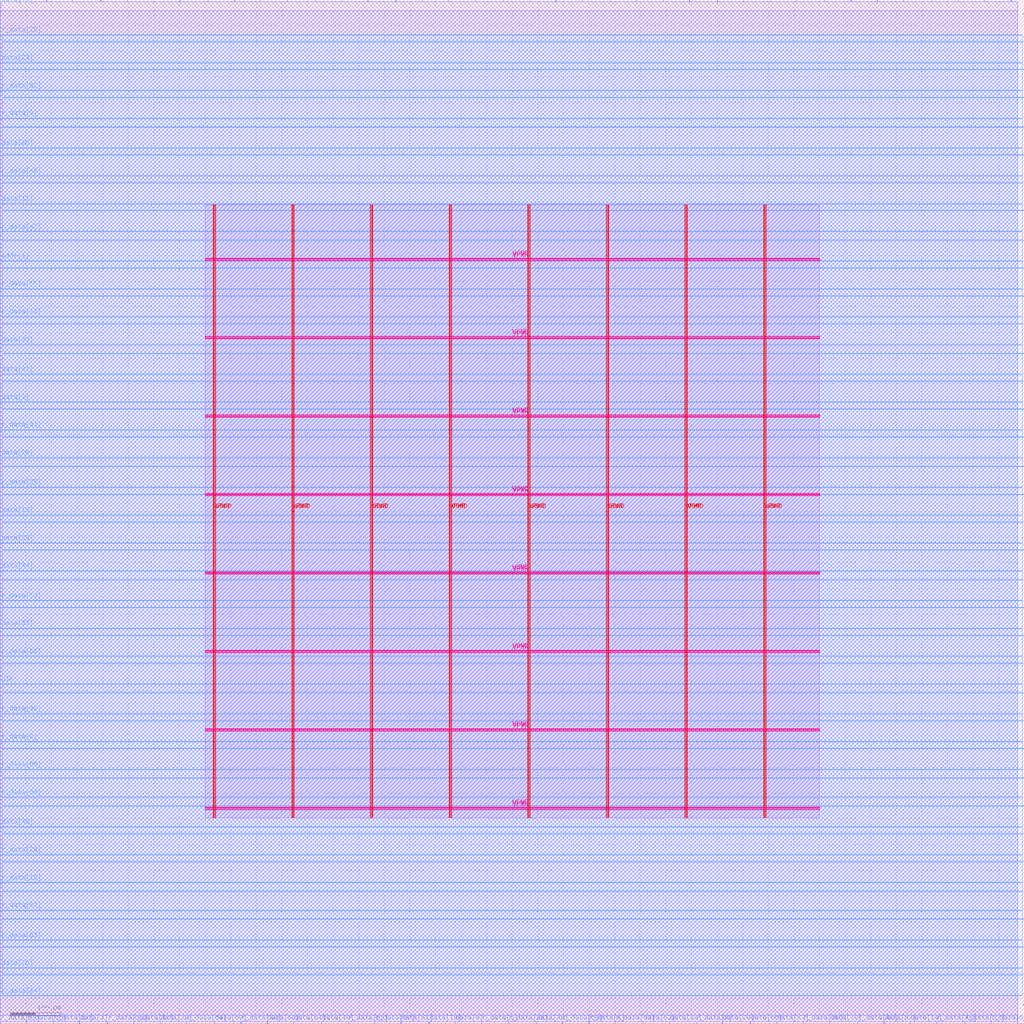
<source format=lef>
VERSION 5.7 ;
  NOWIREEXTENSIONATPIN ON ;
  DIVIDERCHAR "/" ;
  BUSBITCHARS "[]" ;
MACRO dff_ram
  CLASS BLOCK ;
  FOREIGN dff_ram ;
  ORIGIN 0.000 0.000 ;
  SIZE 2000.000 BY 2000.000 ;
  PIN VGND
    DIRECTION INOUT ;
    USE GROUND ;
    PORT
      LAYER met4 ;
        RECT 419.020 402.320 420.620 1599.600 ;
    END
    PORT
      LAYER met4 ;
        RECT 572.620 402.320 574.220 1599.600 ;
    END
    PORT
      LAYER met4 ;
        RECT 726.220 402.320 727.820 1599.600 ;
    END
    PORT
      LAYER met4 ;
        RECT 879.820 402.320 881.420 1599.600 ;
    END
    PORT
      LAYER met4 ;
        RECT 1033.420 402.320 1035.020 1599.600 ;
    END
    PORT
      LAYER met4 ;
        RECT 1187.020 402.320 1188.620 1599.600 ;
    END
    PORT
      LAYER met4 ;
        RECT 1340.620 402.320 1342.220 1599.600 ;
    END
    PORT
      LAYER met4 ;
        RECT 1494.220 402.320 1495.820 1599.600 ;
    END
    PORT
      LAYER met5 ;
        RECT 399.960 421.710 1600.120 423.310 ;
    END
    PORT
      LAYER met5 ;
        RECT 399.960 574.890 1600.120 576.490 ;
    END
    PORT
      LAYER met5 ;
        RECT 399.960 728.070 1600.120 729.670 ;
    END
    PORT
      LAYER met5 ;
        RECT 399.960 881.250 1600.120 882.850 ;
    END
    PORT
      LAYER met5 ;
        RECT 399.960 1034.430 1600.120 1036.030 ;
    END
    PORT
      LAYER met5 ;
        RECT 399.960 1187.610 1600.120 1189.210 ;
    END
    PORT
      LAYER met5 ;
        RECT 399.960 1340.790 1600.120 1342.390 ;
    END
    PORT
      LAYER met5 ;
        RECT 399.960 1493.970 1600.120 1495.570 ;
    END
  END VGND
  PIN VPWR
    DIRECTION INOUT ;
    USE POWER ;
    PORT
      LAYER met4 ;
        RECT 415.720 402.320 417.320 1599.600 ;
    END
    PORT
      LAYER met4 ;
        RECT 569.320 402.320 570.920 1599.600 ;
    END
    PORT
      LAYER met4 ;
        RECT 722.920 402.320 724.520 1599.600 ;
    END
    PORT
      LAYER met4 ;
        RECT 876.520 402.320 878.120 1599.600 ;
    END
    PORT
      LAYER met4 ;
        RECT 1030.120 402.320 1031.720 1599.600 ;
    END
    PORT
      LAYER met4 ;
        RECT 1183.720 402.320 1185.320 1599.600 ;
    END
    PORT
      LAYER met4 ;
        RECT 1337.320 402.320 1338.920 1599.600 ;
    END
    PORT
      LAYER met4 ;
        RECT 1490.920 402.320 1492.520 1599.600 ;
    END
    PORT
      LAYER met5 ;
        RECT 399.960 418.410 1600.120 420.010 ;
    END
    PORT
      LAYER met5 ;
        RECT 399.960 571.590 1600.120 573.190 ;
    END
    PORT
      LAYER met5 ;
        RECT 399.960 724.770 1600.120 726.370 ;
    END
    PORT
      LAYER met5 ;
        RECT 399.960 877.950 1600.120 879.550 ;
    END
    PORT
      LAYER met5 ;
        RECT 399.960 1031.130 1600.120 1032.730 ;
    END
    PORT
      LAYER met5 ;
        RECT 399.960 1184.310 1600.120 1185.910 ;
    END
    PORT
      LAYER met5 ;
        RECT 399.960 1337.490 1600.120 1339.090 ;
    END
    PORT
      LAYER met5 ;
        RECT 399.960 1490.670 1600.120 1492.270 ;
    END
  END VPWR
  PIN addr[0]
    DIRECTION INPUT ;
    USE SIGNAL ;
    PORT
      LAYER met2 ;
        RECT 982.190 1996.000 982.470 2000.000 ;
    END
  END addr[0]
  PIN addr[1]
    DIRECTION INPUT ;
    USE SIGNAL ;
    PORT
      LAYER met3 ;
        RECT 0.000 1489.240 4.000 1489.840 ;
    END
  END addr[1]
  PIN clk
    DIRECTION INPUT ;
    USE SIGNAL ;
    PORT
      LAYER met3 ;
        RECT 0.000 663.040 4.000 663.640 ;
    END
  END clk
  PIN data[0]
    DIRECTION INPUT ;
    USE SIGNAL ;
    PORT
      LAYER met3 ;
        RECT 1996.000 646.040 2000.000 646.640 ;
    END
  END data[0]
  PIN data[10]
    DIRECTION INPUT ;
    USE SIGNAL ;
    PORT
      LAYER met3 ;
        RECT 1996.000 758.240 2000.000 758.840 ;
    END
  END data[10]
  PIN data[11]
    DIRECTION INPUT ;
    USE SIGNAL ;
    PORT
      LAYER met3 ;
        RECT 0.000 1601.440 4.000 1602.040 ;
    END
  END data[11]
  PIN data[12]
    DIRECTION INPUT ;
    USE SIGNAL ;
    PORT
      LAYER met2 ;
        RECT 141.770 1996.000 142.050 2000.000 ;
    END
  END data[12]
  PIN data[13]
    DIRECTION INPUT ;
    USE SIGNAL ;
    PORT
      LAYER met2 ;
        RECT 666.630 1996.000 666.910 2000.000 ;
    END
  END data[13]
  PIN data[14]
    DIRECTION INPUT ;
    USE SIGNAL ;
    PORT
      LAYER met2 ;
        RECT 1777.530 0.000 1777.810 4.000 ;
    END
  END data[14]
  PIN data[15]
    DIRECTION INPUT ;
    USE SIGNAL ;
    PORT
      LAYER met2 ;
        RECT 824.410 1996.000 824.690 2000.000 ;
    END
  END data[15]
  PIN data[16]
    DIRECTION INPUT ;
    USE SIGNAL ;
    PORT
      LAYER met3 ;
        RECT 0.000 992.840 4.000 993.440 ;
    END
  END data[16]
  PIN data[17]
    DIRECTION INPUT ;
    USE SIGNAL ;
    PORT
      LAYER met2 ;
        RECT 1033.710 1996.000 1033.990 2000.000 ;
    END
  END data[17]
  PIN data[18]
    DIRECTION INPUT ;
    USE SIGNAL ;
    PORT
      LAYER met3 ;
        RECT 0.000 1989.040 4.000 1989.640 ;
    END
  END data[18]
  PIN data[19]
    DIRECTION INPUT ;
    USE SIGNAL ;
    PORT
      LAYER met2 ;
        RECT 837.290 0.000 837.570 4.000 ;
    END
  END data[19]
  PIN data[1]
    DIRECTION INPUT ;
    USE SIGNAL ;
    PORT
      LAYER met2 ;
        RECT 875.930 1996.000 876.210 2000.000 ;
    END
  END data[1]
  PIN data[20]
    DIRECTION INPUT ;
    USE SIGNAL ;
    PORT
      LAYER met2 ;
        RECT 248.030 1996.000 248.310 2000.000 ;
    END
  END data[20]
  PIN data[21]
    DIRECTION INPUT ;
    USE SIGNAL ;
    PORT
      LAYER met3 ;
        RECT 1996.000 1421.240 2000.000 1421.840 ;
    END
  END data[21]
  PIN data[22]
    DIRECTION INPUT ;
    USE SIGNAL ;
    PORT
      LAYER met3 ;
        RECT 0.000 1326.040 4.000 1326.640 ;
    END
  END data[22]
  PIN data[23]
    DIRECTION INPUT ;
    USE SIGNAL ;
    PORT
      LAYER met3 ;
        RECT 0.000 1876.840 4.000 1877.440 ;
    END
  END data[23]
  PIN data[24]
    DIRECTION INPUT ;
    USE SIGNAL ;
    PORT
      LAYER met2 ;
        RECT 560.370 1996.000 560.650 2000.000 ;
    END
  END data[24]
  PIN data[25]
    DIRECTION INPUT ;
    USE SIGNAL ;
    PORT
      LAYER met3 ;
        RECT 0.000 1105.040 4.000 1105.640 ;
    END
  END data[25]
  PIN data[26]
    DIRECTION INPUT ;
    USE SIGNAL ;
    PORT
      LAYER met3 ;
        RECT 0.000 1710.240 4.000 1710.840 ;
    END
  END data[26]
  PIN data[27]
    DIRECTION INPUT ;
    USE SIGNAL ;
    PORT
      LAYER met3 ;
        RECT 1996.000 1642.240 2000.000 1642.840 ;
    END
  END data[27]
  PIN data[28]
    DIRECTION INPUT ;
    USE SIGNAL ;
    PORT
      LAYER met3 ;
        RECT 1996.000 1088.040 2000.000 1088.640 ;
    END
  END data[28]
  PIN data[29]
    DIRECTION INPUT ;
    USE SIGNAL ;
    PORT
      LAYER met2 ;
        RECT 1410.450 0.000 1410.730 4.000 ;
    END
  END data[29]
  PIN data[2]
    DIRECTION INPUT ;
    USE SIGNAL ;
    PORT
      LAYER met2 ;
        RECT 1400.790 1996.000 1401.070 2000.000 ;
    END
  END data[2]
  PIN data[30]
    DIRECTION INPUT ;
    USE SIGNAL ;
    PORT
      LAYER met3 ;
        RECT 1996.000 1972.040 2000.000 1972.640 ;
    END
  END data[30]
  PIN data[31]
    DIRECTION INPUT ;
    USE SIGNAL ;
    PORT
      LAYER met3 ;
        RECT 1996.000 1587.840 2000.000 1588.440 ;
    END
  END data[31]
  PIN data[32]
    DIRECTION INPUT ;
    USE SIGNAL ;
    PORT
      LAYER met3 ;
        RECT 1996.000 812.640 2000.000 813.240 ;
    END
  END data[32]
  PIN data[33]
    DIRECTION INPUT ;
    USE SIGNAL ;
    PORT
      LAYER met2 ;
        RECT 1307.410 0.000 1307.690 4.000 ;
    END
  END data[33]
  PIN data[34]
    DIRECTION INPUT ;
    USE SIGNAL ;
    PORT
      LAYER met2 ;
        RECT 1346.050 1996.000 1346.330 2000.000 ;
    END
  END data[34]
  PIN data[35]
    DIRECTION INPUT ;
    USE SIGNAL ;
    PORT
      LAYER met2 ;
        RECT 1661.610 1996.000 1661.890 2000.000 ;
    END
  END data[35]
  PIN data[36]
    DIRECTION INPUT ;
    USE SIGNAL ;
    PORT
      LAYER met3 ;
        RECT 0.000 108.840 4.000 109.440 ;
    END
  END data[36]
  PIN data[37]
    DIRECTION INPUT ;
    USE SIGNAL ;
    PORT
      LAYER met3 ;
        RECT 0.000 771.840 4.000 772.440 ;
    END
  END data[37]
  PIN data[38]
    DIRECTION INPUT ;
    USE SIGNAL ;
    PORT
      LAYER met2 ;
        RECT 312.430 0.000 312.710 4.000 ;
    END
  END data[38]
  PIN data[39]
    DIRECTION INPUT ;
    USE SIGNAL ;
    PORT
      LAYER met3 ;
        RECT 0.000 938.440 4.000 939.040 ;
    END
  END data[39]
  PIN data[3]
    DIRECTION INPUT ;
    USE SIGNAL ;
    PORT
      LAYER met2 ;
        RECT 154.650 0.000 154.930 4.000 ;
    END
  END data[3]
  PIN data[40]
    DIRECTION INPUT ;
    USE SIGNAL ;
    PORT
      LAYER met2 ;
        RECT 627.990 0.000 628.270 4.000 ;
    END
  END data[40]
  PIN data[41]
    DIRECTION INPUT ;
    USE SIGNAL ;
    PORT
      LAYER met3 ;
        RECT 0.000 1268.240 4.000 1268.840 ;
    END
  END data[41]
  PIN data[42]
    DIRECTION INPUT ;
    USE SIGNAL ;
    PORT
      LAYER met3 ;
        RECT 1996.000 703.840 2000.000 704.440 ;
    END
  END data[42]
  PIN data[43]
    DIRECTION INPUT ;
    USE SIGNAL ;
    PORT
      LAYER met3 ;
        RECT 1996.000 1254.640 2000.000 1255.240 ;
    END
  END data[43]
  PIN data[44]
    DIRECTION INPUT ;
    USE SIGNAL ;
    PORT
      LAYER met3 ;
        RECT 0.000 884.040 4.000 884.640 ;
    END
  END data[44]
  PIN data[45]
    DIRECTION INPUT ;
    USE SIGNAL ;
    PORT
      LAYER met3 ;
        RECT 0.000 384.240 4.000 384.840 ;
    END
  END data[45]
  PIN data[46]
    DIRECTION INPUT ;
    USE SIGNAL ;
    PORT
      LAYER met3 ;
        RECT 1996.000 979.240 2000.000 979.840 ;
    END
  END data[46]
  PIN data[47]
    DIRECTION INPUT ;
    USE SIGNAL ;
    PORT
      LAYER met2 ;
        RECT 1136.750 1996.000 1137.030 2000.000 ;
    END
  END data[47]
  PIN data[48]
    DIRECTION INPUT ;
    USE SIGNAL ;
    PORT
      LAYER met2 ;
        RECT 1046.590 0.000 1046.870 4.000 ;
    END
  END data[48]
  PIN data[49]
    DIRECTION INPUT ;
    USE SIGNAL ;
    PORT
      LAYER met2 ;
        RECT 927.450 1996.000 927.730 2000.000 ;
    END
  END data[49]
  PIN data[4]
    DIRECTION INPUT ;
    USE SIGNAL ;
    PORT
      LAYER met3 ;
        RECT 1996.000 95.240 2000.000 95.840 ;
    END
  END data[4]
  PIN data[50]
    DIRECTION INPUT ;
    USE SIGNAL ;
    PORT
      LAYER met3 ;
        RECT 1996.000 1696.640 2000.000 1697.240 ;
    END
  END data[50]
  PIN data[51]
    DIRECTION INPUT ;
    USE SIGNAL ;
    PORT
      LAYER met2 ;
        RECT 1973.950 1996.000 1974.230 2000.000 ;
    END
  END data[51]
  PIN data[52]
    DIRECTION INPUT ;
    USE SIGNAL ;
    PORT
      LAYER met2 ;
        RECT 718.150 1996.000 718.430 2000.000 ;
    END
  END data[52]
  PIN data[53]
    DIRECTION INPUT ;
    USE SIGNAL ;
    PORT
      LAYER met2 ;
        RECT 1516.710 0.000 1516.990 4.000 ;
    END
  END data[53]
  PIN data[54]
    DIRECTION INPUT ;
    USE SIGNAL ;
    PORT
      LAYER met3 ;
        RECT 1996.000 1475.640 2000.000 1476.240 ;
    END
  END data[54]
  PIN data[55]
    DIRECTION INPUT ;
    USE SIGNAL ;
    PORT
      LAYER met2 ;
        RECT 1713.130 1996.000 1713.410 2000.000 ;
    END
  END data[55]
  PIN data[56]
    DIRECTION INPUT ;
    USE SIGNAL ;
    PORT
      LAYER met2 ;
        RECT 1465.190 0.000 1465.470 4.000 ;
    END
  END data[56]
  PIN data[57]
    DIRECTION INPUT ;
    USE SIGNAL ;
    PORT
      LAYER met2 ;
        RECT 1922.430 1996.000 1922.710 2000.000 ;
    END
  END data[57]
  PIN data[58]
    DIRECTION INPUT ;
    USE SIGNAL ;
    PORT
      LAYER met3 ;
        RECT 1996.000 1808.840 2000.000 1809.440 ;
    END
  END data[58]
  PIN data[59]
    DIRECTION INPUT ;
    USE SIGNAL ;
    PORT
      LAYER met2 ;
        RECT 299.550 1996.000 299.830 2000.000 ;
    END
  END data[59]
  PIN data[5]
    DIRECTION INPUT ;
    USE SIGNAL ;
    PORT
      LAYER met3 ;
        RECT 1996.000 37.440 2000.000 38.040 ;
    END
  END data[5]
  PIN data[60]
    DIRECTION INPUT ;
    USE SIGNAL ;
    PORT
      LAYER met2 ;
        RECT 521.730 0.000 522.010 4.000 ;
    END
  END data[60]
  PIN data[61]
    DIRECTION INPUT ;
    USE SIGNAL ;
    PORT
      LAYER met2 ;
        RECT 782.550 0.000 782.830 4.000 ;
    END
  END data[61]
  PIN data[62]
    DIRECTION INPUT ;
    USE SIGNAL ;
    PORT
      LAYER met2 ;
        RECT 1255.890 0.000 1256.170 4.000 ;
    END
  END data[62]
  PIN data[63]
    DIRECTION INPUT ;
    USE SIGNAL ;
    PORT
      LAYER met2 ;
        RECT 196.510 1996.000 196.790 2000.000 ;
    END
  END data[63]
  PIN data[64]
    DIRECTION INPUT ;
    USE SIGNAL ;
    PORT
      LAYER met2 ;
        RECT 573.250 0.000 573.530 4.000 ;
    END
  END data[64]
  PIN data[65]
    DIRECTION INPUT ;
    USE SIGNAL ;
    PORT
      LAYER met2 ;
        RECT 90.250 1996.000 90.530 2000.000 ;
    END
  END data[65]
  PIN data[66]
    DIRECTION INPUT ;
    USE SIGNAL ;
    PORT
      LAYER met2 ;
        RECT 1294.530 1996.000 1294.810 2000.000 ;
    END
  END data[66]
  PIN data[67]
    DIRECTION INPUT ;
    USE SIGNAL ;
    PORT
      LAYER met2 ;
        RECT 1726.010 0.000 1726.290 4.000 ;
    END
  END data[67]
  PIN data[68]
    DIRECTION INPUT ;
    USE SIGNAL ;
    PORT
      LAYER met3 ;
        RECT 1996.000 149.640 2000.000 150.240 ;
    END
  END data[68]
  PIN data[69]
    DIRECTION INPUT ;
    USE SIGNAL ;
    PORT
      LAYER met2 ;
        RECT 418.690 0.000 418.970 4.000 ;
    END
  END data[69]
  PIN data[6]
    DIRECTION INPUT ;
    USE SIGNAL ;
    PORT
      LAYER met3 ;
        RECT 1996.000 479.440 2000.000 480.040 ;
    END
  END data[6]
  PIN data[70]
    DIRECTION INPUT ;
    USE SIGNAL ;
    PORT
      LAYER met2 ;
        RECT 1619.750 0.000 1620.030 4.000 ;
    END
  END data[70]
  PIN data[71]
    DIRECTION INPUT ;
    USE SIGNAL ;
    PORT
      LAYER met3 ;
        RECT 1996.000 1917.640 2000.000 1918.240 ;
    END
  END data[71]
  PIN data[7]
    DIRECTION INPUT ;
    USE SIGNAL ;
    PORT
      LAYER met3 ;
        RECT 1996.000 591.640 2000.000 592.240 ;
    END
  END data[7]
  PIN data[8]
    DIRECTION INPUT ;
    USE SIGNAL ;
    PORT
      LAYER met2 ;
        RECT 888.810 0.000 889.090 4.000 ;
    END
  END data[8]
  PIN data[9]
    DIRECTION INPUT ;
    USE SIGNAL ;
    PORT
      LAYER met3 ;
        RECT 0.000 1213.840 4.000 1214.440 ;
    END
  END data[9]
  PIN enb
    DIRECTION INPUT ;
    USE SIGNAL ;
    PORT
      LAYER met2 ;
        RECT 1555.350 1996.000 1555.630 2000.000 ;
    END
  END enb
  PIN r_data[0]
    DIRECTION OUTPUT TRISTATE ;
    USE SIGNAL ;
    PORT
      LAYER met2 ;
        RECT 508.850 1996.000 509.130 2000.000 ;
    END
  END r_data[0]
  PIN r_data[10]
    DIRECTION OUTPUT TRISTATE ;
    USE SIGNAL ;
    PORT
      LAYER met3 ;
        RECT 0.000 1380.440 4.000 1381.040 ;
    END
  END r_data[10]
  PIN r_data[11]
    DIRECTION OUTPUT TRISTATE ;
    USE SIGNAL ;
    PORT
      LAYER met3 ;
        RECT 1996.000 1366.840 2000.000 1367.440 ;
    END
  END r_data[11]
  PIN r_data[12]
    DIRECTION OUTPUT TRISTATE ;
    USE SIGNAL ;
    PORT
      LAYER met3 ;
        RECT 1996.000 370.640 2000.000 371.240 ;
    END
  END r_data[12]
  PIN r_data[13]
    DIRECTION OUTPUT TRISTATE ;
    USE SIGNAL ;
    PORT
      LAYER met2 ;
        RECT 1610.090 1996.000 1610.370 2000.000 ;
    END
  END r_data[13]
  PIN r_data[14]
    DIRECTION OUTPUT TRISTATE ;
    USE SIGNAL ;
    PORT
      LAYER met2 ;
        RECT 1243.010 1996.000 1243.290 2000.000 ;
    END
  END r_data[14]
  PIN r_data[15]
    DIRECTION OUTPUT TRISTATE ;
    USE SIGNAL ;
    PORT
      LAYER met2 ;
        RECT 1819.390 1996.000 1819.670 2000.000 ;
    END
  END r_data[15]
  PIN r_data[16]
    DIRECTION OUTPUT TRISTATE ;
    USE SIGNAL ;
    PORT
      LAYER met2 ;
        RECT 51.610 0.000 51.890 4.000 ;
    END
  END r_data[16]
  PIN r_data[17]
    DIRECTION OUTPUT TRISTATE ;
    USE SIGNAL ;
    PORT
      LAYER met2 ;
        RECT 260.910 0.000 261.190 4.000 ;
    END
  END r_data[17]
  PIN r_data[18]
    DIRECTION OUTPUT TRISTATE ;
    USE SIGNAL ;
    PORT
      LAYER met2 ;
        RECT 1986.830 0.000 1987.110 4.000 ;
    END
  END r_data[18]
  PIN r_data[19]
    DIRECTION OUTPUT TRISTATE ;
    USE SIGNAL ;
    PORT
      LAYER met3 ;
        RECT 0.000 275.440 4.000 276.040 ;
    END
  END r_data[19]
  PIN r_data[1]
    DIRECTION OUTPUT TRISTATE ;
    USE SIGNAL ;
    PORT
      LAYER met3 ;
        RECT 1996.000 1145.840 2000.000 1146.440 ;
    END
  END r_data[1]
  PIN r_data[20]
    DIRECTION OUTPUT TRISTATE ;
    USE SIGNAL ;
    PORT
      LAYER met3 ;
        RECT 1996.000 867.040 2000.000 867.640 ;
    END
  END r_data[20]
  PIN r_data[21]
    DIRECTION OUTPUT TRISTATE ;
    USE SIGNAL ;
    PORT
      LAYER met2 ;
        RECT 772.890 1996.000 773.170 2000.000 ;
    END
  END r_data[21]
  PIN r_data[22]
    DIRECTION OUTPUT TRISTATE ;
    USE SIGNAL ;
    PORT
      LAYER met2 ;
        RECT 405.810 1996.000 406.090 2000.000 ;
    END
  END r_data[22]
  PIN r_data[23]
    DIRECTION OUTPUT TRISTATE ;
    USE SIGNAL ;
    PORT
      LAYER met3 ;
        RECT 1996.000 204.040 2000.000 204.640 ;
    END
  END r_data[23]
  PIN r_data[24]
    DIRECTION OUTPUT TRISTATE ;
    USE SIGNAL ;
    PORT
      LAYER met3 ;
        RECT 0.000 54.440 4.000 55.040 ;
    END
  END r_data[24]
  PIN r_data[25]
    DIRECTION OUTPUT TRISTATE ;
    USE SIGNAL ;
    PORT
      LAYER met3 ;
        RECT 0.000 1047.240 4.000 1047.840 ;
    END
  END r_data[25]
  PIN r_data[26]
    DIRECTION OUTPUT TRISTATE ;
    USE SIGNAL ;
    PORT
      LAYER met3 ;
        RECT 0.000 329.840 4.000 330.440 ;
    END
  END r_data[26]
  PIN r_data[27]
    DIRECTION OUTPUT TRISTATE ;
    USE SIGNAL ;
    PORT
      LAYER met2 ;
        RECT 1883.790 0.000 1884.070 4.000 ;
    END
  END r_data[27]
  PIN r_data[28]
    DIRECTION OUTPUT TRISTATE ;
    USE SIGNAL ;
    PORT
      LAYER met2 ;
        RECT 991.850 0.000 992.130 4.000 ;
    END
  END r_data[28]
  PIN r_data[29]
    DIRECTION OUTPUT TRISTATE ;
    USE SIGNAL ;
    PORT
      LAYER met3 ;
        RECT 0.000 1931.240 4.000 1931.840 ;
    END
  END r_data[29]
  PIN r_data[2]
    DIRECTION OUTPUT TRISTATE ;
    USE SIGNAL ;
    PORT
      LAYER met2 ;
        RECT 1870.910 1996.000 1871.190 2000.000 ;
    END
  END r_data[2]
  PIN r_data[30]
    DIRECTION OUTPUT TRISTATE ;
    USE SIGNAL ;
    PORT
      LAYER met2 ;
        RECT 470.210 0.000 470.490 4.000 ;
    END
  END r_data[30]
  PIN r_data[31]
    DIRECTION OUTPUT TRISTATE ;
    USE SIGNAL ;
    PORT
      LAYER met3 ;
        RECT 1996.000 425.040 2000.000 425.640 ;
    END
  END r_data[31]
  PIN r_data[32]
    DIRECTION OUTPUT TRISTATE ;
    USE SIGNAL ;
    PORT
      LAYER met2 ;
        RECT 1201.150 0.000 1201.430 4.000 ;
    END
  END r_data[32]
  PIN r_data[33]
    DIRECTION OUTPUT TRISTATE ;
    USE SIGNAL ;
    PORT
      LAYER met2 ;
        RECT 1935.310 0.000 1935.590 4.000 ;
    END
  END r_data[33]
  PIN r_data[34]
    DIRECTION OUTPUT TRISTATE ;
    USE SIGNAL ;
    PORT
      LAYER met2 ;
        RECT 615.110 1996.000 615.390 2000.000 ;
    END
  END r_data[34]
  PIN r_data[35]
    DIRECTION OUTPUT TRISTATE ;
    USE SIGNAL ;
    PORT
      LAYER met2 ;
        RECT 1568.230 0.000 1568.510 4.000 ;
    END
  END r_data[35]
  PIN r_data[36]
    DIRECTION OUTPUT TRISTATE ;
    USE SIGNAL ;
    PORT
      LAYER met2 ;
        RECT 209.390 0.000 209.670 4.000 ;
    END
  END r_data[36]
  PIN r_data[37]
    DIRECTION OUTPUT TRISTATE ;
    USE SIGNAL ;
    PORT
      LAYER met2 ;
        RECT 731.030 0.000 731.310 4.000 ;
    END
  END r_data[37]
  PIN r_data[38]
    DIRECTION OUTPUT TRISTATE ;
    USE SIGNAL ;
    PORT
      LAYER met3 ;
        RECT 1996.000 258.440 2000.000 259.040 ;
    END
  END r_data[38]
  PIN r_data[39]
    DIRECTION OUTPUT TRISTATE ;
    USE SIGNAL ;
    PORT
      LAYER met3 ;
        RECT 1996.000 1530.040 2000.000 1530.640 ;
    END
  END r_data[39]
  PIN r_data[3]
    DIRECTION OUTPUT TRISTATE ;
    USE SIGNAL ;
    PORT
      LAYER met3 ;
        RECT 1996.000 1033.640 2000.000 1034.240 ;
    END
  END r_data[3]
  PIN r_data[40]
    DIRECTION OUTPUT TRISTATE ;
    USE SIGNAL ;
    PORT
      LAYER met2 ;
        RECT 1674.490 0.000 1674.770 4.000 ;
    END
  END r_data[40]
  PIN r_data[41]
    DIRECTION OUTPUT TRISTATE ;
    USE SIGNAL ;
    PORT
      LAYER met3 ;
        RECT 0.000 1159.440 4.000 1160.040 ;
    END
  END r_data[41]
  PIN r_data[42]
    DIRECTION OUTPUT TRISTATE ;
    USE SIGNAL ;
    PORT
      LAYER met3 ;
        RECT 1996.000 537.240 2000.000 537.840 ;
    END
  END r_data[42]
  PIN r_data[43]
    DIRECTION OUTPUT TRISTATE ;
    USE SIGNAL ;
    PORT
      LAYER met3 ;
        RECT 0.000 1547.040 4.000 1547.640 ;
    END
  END r_data[43]
  PIN r_data[44]
    DIRECTION OUTPUT TRISTATE ;
    USE SIGNAL ;
    PORT
      LAYER met3 ;
        RECT 1996.000 1200.240 2000.000 1200.840 ;
    END
  END r_data[44]
  PIN r_data[45]
    DIRECTION OUTPUT TRISTATE ;
    USE SIGNAL ;
    PORT
      LAYER met3 ;
        RECT 1996.000 1751.040 2000.000 1751.640 ;
    END
  END r_data[45]
  PIN r_data[46]
    DIRECTION OUTPUT TRISTATE ;
    USE SIGNAL ;
    PORT
      LAYER met2 ;
        RECT 1829.050 0.000 1829.330 4.000 ;
    END
  END r_data[46]
  PIN r_data[47]
    DIRECTION OUTPUT TRISTATE ;
    USE SIGNAL ;
    PORT
      LAYER met3 ;
        RECT 1996.000 1863.240 2000.000 1863.840 ;
    END
  END r_data[47]
  PIN r_data[48]
    DIRECTION OUTPUT TRISTATE ;
    USE SIGNAL ;
    PORT
      LAYER met3 ;
        RECT 0.000 605.240 4.000 605.840 ;
    END
  END r_data[48]
  PIN r_data[49]
    DIRECTION OUTPUT TRISTATE ;
    USE SIGNAL ;
    PORT
      LAYER met3 ;
        RECT 0.000 1655.840 4.000 1656.440 ;
    END
  END r_data[49]
  PIN r_data[4]
    DIRECTION OUTPUT TRISTATE ;
    USE SIGNAL ;
    PORT
      LAYER met2 ;
        RECT 1149.630 0.000 1149.910 4.000 ;
    END
  END r_data[4]
  PIN r_data[50]
    DIRECTION OUTPUT TRISTATE ;
    USE SIGNAL ;
    PORT
      LAYER met2 ;
        RECT 0.090 0.000 0.370 4.000 ;
    END
  END r_data[50]
  PIN r_data[51]
    DIRECTION OUTPUT TRISTATE ;
    USE SIGNAL ;
    PORT
      LAYER met3 ;
        RECT 0.000 221.040 4.000 221.640 ;
    END
  END r_data[51]
  PIN r_data[52]
    DIRECTION OUTPUT TRISTATE ;
    USE SIGNAL ;
    PORT
      LAYER met3 ;
        RECT 0.000 826.240 4.000 826.840 ;
    END
  END r_data[52]
  PIN r_data[53]
    DIRECTION OUTPUT TRISTATE ;
    USE SIGNAL ;
    PORT
      LAYER met2 ;
        RECT 457.330 1996.000 457.610 2000.000 ;
    END
  END r_data[53]
  PIN r_data[54]
    DIRECTION OUTPUT TRISTATE ;
    USE SIGNAL ;
    PORT
      LAYER met2 ;
        RECT 1191.490 1996.000 1191.770 2000.000 ;
    END
  END r_data[54]
  PIN r_data[55]
    DIRECTION OUTPUT TRISTATE ;
    USE SIGNAL ;
    PORT
      LAYER met3 ;
        RECT 0.000 1434.840 4.000 1435.440 ;
    END
  END r_data[55]
  PIN r_data[56]
    DIRECTION OUTPUT TRISTATE ;
    USE SIGNAL ;
    PORT
      LAYER met3 ;
        RECT 0.000 717.440 4.000 718.040 ;
    END
  END r_data[56]
  PIN r_data[57]
    DIRECTION OUTPUT TRISTATE ;
    USE SIGNAL ;
    PORT
      LAYER met2 ;
        RECT 103.130 0.000 103.410 4.000 ;
    END
  END r_data[57]
  PIN r_data[58]
    DIRECTION OUTPUT TRISTATE ;
    USE SIGNAL ;
    PORT
      LAYER met3 ;
        RECT 0.000 442.040 4.000 442.640 ;
    END
  END r_data[58]
  PIN r_data[59]
    DIRECTION OUTPUT TRISTATE ;
    USE SIGNAL ;
    PORT
      LAYER met2 ;
        RECT 1085.230 1996.000 1085.510 2000.000 ;
    END
  END r_data[59]
  PIN r_data[5]
    DIRECTION OUTPUT TRISTATE ;
    USE SIGNAL ;
    PORT
      LAYER met2 ;
        RECT 940.330 0.000 940.610 4.000 ;
    END
  END r_data[5]
  PIN r_data[60]
    DIRECTION OUTPUT TRISTATE ;
    USE SIGNAL ;
    PORT
      LAYER met2 ;
        RECT 1764.650 1996.000 1764.930 2000.000 ;
    END
  END r_data[60]
  PIN r_data[61]
    DIRECTION OUTPUT TRISTATE ;
    USE SIGNAL ;
    PORT
      LAYER met3 ;
        RECT 1996.000 316.240 2000.000 316.840 ;
    END
  END r_data[61]
  PIN r_data[62]
    DIRECTION OUTPUT TRISTATE ;
    USE SIGNAL ;
    PORT
      LAYER met3 ;
        RECT 0.000 1822.440 4.000 1823.040 ;
    END
  END r_data[62]
  PIN r_data[63]
    DIRECTION OUTPUT TRISTATE ;
    USE SIGNAL ;
    PORT
      LAYER met3 ;
        RECT 0.000 163.240 4.000 163.840 ;
    END
  END r_data[63]
  PIN r_data[64]
    DIRECTION OUTPUT TRISTATE ;
    USE SIGNAL ;
    PORT
      LAYER met2 ;
        RECT 363.950 0.000 364.230 4.000 ;
    END
  END r_data[64]
  PIN r_data[65]
    DIRECTION OUTPUT TRISTATE ;
    USE SIGNAL ;
    PORT
      LAYER met2 ;
        RECT 679.510 0.000 679.790 4.000 ;
    END
  END r_data[65]
  PIN r_data[66]
    DIRECTION OUTPUT TRISTATE ;
    USE SIGNAL ;
    PORT
      LAYER met3 ;
        RECT 0.000 496.440 4.000 497.040 ;
    END
  END r_data[66]
  PIN r_data[67]
    DIRECTION OUTPUT TRISTATE ;
    USE SIGNAL ;
    PORT
      LAYER met3 ;
        RECT 1996.000 1309.040 2000.000 1309.640 ;
    END
  END r_data[67]
  PIN r_data[68]
    DIRECTION OUTPUT TRISTATE ;
    USE SIGNAL ;
    PORT
      LAYER met2 ;
        RECT 1098.110 0.000 1098.390 4.000 ;
    END
  END r_data[68]
  PIN r_data[69]
    DIRECTION OUTPUT TRISTATE ;
    USE SIGNAL ;
    PORT
      LAYER met2 ;
        RECT 1503.830 1996.000 1504.110 2000.000 ;
    END
  END r_data[69]
  PIN r_data[6]
    DIRECTION OUTPUT TRISTATE ;
    USE SIGNAL ;
    PORT
      LAYER met2 ;
        RECT 1452.310 1996.000 1452.590 2000.000 ;
    END
  END r_data[6]
  PIN r_data[70]
    DIRECTION OUTPUT TRISTATE ;
    USE SIGNAL ;
    PORT
      LAYER met2 ;
        RECT 38.730 1996.000 39.010 2000.000 ;
    END
  END r_data[70]
  PIN r_data[71]
    DIRECTION OUTPUT TRISTATE ;
    USE SIGNAL ;
    PORT
      LAYER met2 ;
        RECT 351.070 1996.000 351.350 2000.000 ;
    END
  END r_data[71]
  PIN r_data[7]
    DIRECTION OUTPUT TRISTATE ;
    USE SIGNAL ;
    PORT
      LAYER met2 ;
        RECT 1358.930 0.000 1359.210 4.000 ;
    END
  END r_data[7]
  PIN r_data[8]
    DIRECTION OUTPUT TRISTATE ;
    USE SIGNAL ;
    PORT
      LAYER met3 ;
        RECT 0.000 550.840 4.000 551.440 ;
    END
  END r_data[8]
  PIN r_data[9]
    DIRECTION OUTPUT TRISTATE ;
    USE SIGNAL ;
    PORT
      LAYER met3 ;
        RECT 0.000 1768.040 4.000 1768.640 ;
    END
  END r_data[9]
  PIN wr
    DIRECTION INPUT ;
    USE SIGNAL ;
    PORT
      LAYER met3 ;
        RECT 1996.000 924.840 2000.000 925.440 ;
    END
  END wr
  OBS
      LAYER li1 ;
        RECT 400.200 402.475 1599.880 1599.445 ;
      LAYER met1 ;
        RECT 0.070 17.040 1987.130 1978.420 ;
      LAYER met2 ;
        RECT 0.100 1995.720 38.450 1996.210 ;
        RECT 39.290 1995.720 89.970 1996.210 ;
        RECT 90.810 1995.720 141.490 1996.210 ;
        RECT 142.330 1995.720 196.230 1996.210 ;
        RECT 197.070 1995.720 247.750 1996.210 ;
        RECT 248.590 1995.720 299.270 1996.210 ;
        RECT 300.110 1995.720 350.790 1996.210 ;
        RECT 351.630 1995.720 405.530 1996.210 ;
        RECT 406.370 1995.720 457.050 1996.210 ;
        RECT 457.890 1995.720 508.570 1996.210 ;
        RECT 509.410 1995.720 560.090 1996.210 ;
        RECT 560.930 1995.720 614.830 1996.210 ;
        RECT 615.670 1995.720 666.350 1996.210 ;
        RECT 667.190 1995.720 717.870 1996.210 ;
        RECT 718.710 1995.720 772.610 1996.210 ;
        RECT 773.450 1995.720 824.130 1996.210 ;
        RECT 824.970 1995.720 875.650 1996.210 ;
        RECT 876.490 1995.720 927.170 1996.210 ;
        RECT 928.010 1995.720 981.910 1996.210 ;
        RECT 982.750 1995.720 1033.430 1996.210 ;
        RECT 1034.270 1995.720 1084.950 1996.210 ;
        RECT 1085.790 1995.720 1136.470 1996.210 ;
        RECT 1137.310 1995.720 1191.210 1996.210 ;
        RECT 1192.050 1995.720 1242.730 1996.210 ;
        RECT 1243.570 1995.720 1294.250 1996.210 ;
        RECT 1295.090 1995.720 1345.770 1996.210 ;
        RECT 1346.610 1995.720 1400.510 1996.210 ;
        RECT 1401.350 1995.720 1452.030 1996.210 ;
        RECT 1452.870 1995.720 1503.550 1996.210 ;
        RECT 1504.390 1995.720 1555.070 1996.210 ;
        RECT 1555.910 1995.720 1609.810 1996.210 ;
        RECT 1610.650 1995.720 1661.330 1996.210 ;
        RECT 1662.170 1995.720 1712.850 1996.210 ;
        RECT 1713.690 1995.720 1764.370 1996.210 ;
        RECT 1765.210 1995.720 1819.110 1996.210 ;
        RECT 1819.950 1995.720 1870.630 1996.210 ;
        RECT 1871.470 1995.720 1922.150 1996.210 ;
        RECT 1922.990 1995.720 1973.670 1996.210 ;
        RECT 1974.510 1995.720 1987.100 1996.210 ;
        RECT 0.100 4.280 1987.100 1995.720 ;
        RECT 0.650 4.000 51.330 4.280 ;
        RECT 52.170 4.000 102.850 4.280 ;
        RECT 103.690 4.000 154.370 4.280 ;
        RECT 155.210 4.000 209.110 4.280 ;
        RECT 209.950 4.000 260.630 4.280 ;
        RECT 261.470 4.000 312.150 4.280 ;
        RECT 312.990 4.000 363.670 4.280 ;
        RECT 364.510 4.000 418.410 4.280 ;
        RECT 419.250 4.000 469.930 4.280 ;
        RECT 470.770 4.000 521.450 4.280 ;
        RECT 522.290 4.000 572.970 4.280 ;
        RECT 573.810 4.000 627.710 4.280 ;
        RECT 628.550 4.000 679.230 4.280 ;
        RECT 680.070 4.000 730.750 4.280 ;
        RECT 731.590 4.000 782.270 4.280 ;
        RECT 783.110 4.000 837.010 4.280 ;
        RECT 837.850 4.000 888.530 4.280 ;
        RECT 889.370 4.000 940.050 4.280 ;
        RECT 940.890 4.000 991.570 4.280 ;
        RECT 992.410 4.000 1046.310 4.280 ;
        RECT 1047.150 4.000 1097.830 4.280 ;
        RECT 1098.670 4.000 1149.350 4.280 ;
        RECT 1150.190 4.000 1200.870 4.280 ;
        RECT 1201.710 4.000 1255.610 4.280 ;
        RECT 1256.450 4.000 1307.130 4.280 ;
        RECT 1307.970 4.000 1358.650 4.280 ;
        RECT 1359.490 4.000 1410.170 4.280 ;
        RECT 1411.010 4.000 1464.910 4.280 ;
        RECT 1465.750 4.000 1516.430 4.280 ;
        RECT 1517.270 4.000 1567.950 4.280 ;
        RECT 1568.790 4.000 1619.470 4.280 ;
        RECT 1620.310 4.000 1674.210 4.280 ;
        RECT 1675.050 4.000 1725.730 4.280 ;
        RECT 1726.570 4.000 1777.250 4.280 ;
        RECT 1778.090 4.000 1828.770 4.280 ;
        RECT 1829.610 4.000 1883.510 4.280 ;
        RECT 1884.350 4.000 1935.030 4.280 ;
        RECT 1935.870 4.000 1986.550 4.280 ;
      LAYER met3 ;
        RECT 4.400 1930.840 1996.000 1931.705 ;
        RECT 4.000 1918.640 1996.000 1930.840 ;
        RECT 4.000 1917.240 1995.600 1918.640 ;
        RECT 4.000 1877.840 1996.000 1917.240 ;
        RECT 4.400 1876.440 1996.000 1877.840 ;
        RECT 4.000 1864.240 1996.000 1876.440 ;
        RECT 4.000 1862.840 1995.600 1864.240 ;
        RECT 4.000 1823.440 1996.000 1862.840 ;
        RECT 4.400 1822.040 1996.000 1823.440 ;
        RECT 4.000 1809.840 1996.000 1822.040 ;
        RECT 4.000 1808.440 1995.600 1809.840 ;
        RECT 4.000 1769.040 1996.000 1808.440 ;
        RECT 4.400 1767.640 1996.000 1769.040 ;
        RECT 4.000 1752.040 1996.000 1767.640 ;
        RECT 4.000 1750.640 1995.600 1752.040 ;
        RECT 4.000 1711.240 1996.000 1750.640 ;
        RECT 4.400 1709.840 1996.000 1711.240 ;
        RECT 4.000 1697.640 1996.000 1709.840 ;
        RECT 4.000 1696.240 1995.600 1697.640 ;
        RECT 4.000 1656.840 1996.000 1696.240 ;
        RECT 4.400 1655.440 1996.000 1656.840 ;
        RECT 4.000 1643.240 1996.000 1655.440 ;
        RECT 4.000 1641.840 1995.600 1643.240 ;
        RECT 4.000 1602.440 1996.000 1641.840 ;
        RECT 4.400 1601.040 1996.000 1602.440 ;
        RECT 4.000 1588.840 1996.000 1601.040 ;
        RECT 4.000 1587.440 1995.600 1588.840 ;
        RECT 4.000 1548.040 1996.000 1587.440 ;
        RECT 4.400 1546.640 1996.000 1548.040 ;
        RECT 4.000 1531.040 1996.000 1546.640 ;
        RECT 4.000 1529.640 1995.600 1531.040 ;
        RECT 4.000 1490.240 1996.000 1529.640 ;
        RECT 4.400 1488.840 1996.000 1490.240 ;
        RECT 4.000 1476.640 1996.000 1488.840 ;
        RECT 4.000 1475.240 1995.600 1476.640 ;
        RECT 4.000 1435.840 1996.000 1475.240 ;
        RECT 4.400 1434.440 1996.000 1435.840 ;
        RECT 4.000 1422.240 1996.000 1434.440 ;
        RECT 4.000 1420.840 1995.600 1422.240 ;
        RECT 4.000 1381.440 1996.000 1420.840 ;
        RECT 4.400 1380.040 1996.000 1381.440 ;
        RECT 4.000 1367.840 1996.000 1380.040 ;
        RECT 4.000 1366.440 1995.600 1367.840 ;
        RECT 4.000 1327.040 1996.000 1366.440 ;
        RECT 4.400 1325.640 1996.000 1327.040 ;
        RECT 4.000 1310.040 1996.000 1325.640 ;
        RECT 4.000 1308.640 1995.600 1310.040 ;
        RECT 4.000 1269.240 1996.000 1308.640 ;
        RECT 4.400 1267.840 1996.000 1269.240 ;
        RECT 4.000 1255.640 1996.000 1267.840 ;
        RECT 4.000 1254.240 1995.600 1255.640 ;
        RECT 4.000 1214.840 1996.000 1254.240 ;
        RECT 4.400 1213.440 1996.000 1214.840 ;
        RECT 4.000 1201.240 1996.000 1213.440 ;
        RECT 4.000 1199.840 1995.600 1201.240 ;
        RECT 4.000 1160.440 1996.000 1199.840 ;
        RECT 4.400 1159.040 1996.000 1160.440 ;
        RECT 4.000 1146.840 1996.000 1159.040 ;
        RECT 4.000 1145.440 1995.600 1146.840 ;
        RECT 4.000 1106.040 1996.000 1145.440 ;
        RECT 4.400 1104.640 1996.000 1106.040 ;
        RECT 4.000 1089.040 1996.000 1104.640 ;
        RECT 4.000 1087.640 1995.600 1089.040 ;
        RECT 4.000 1048.240 1996.000 1087.640 ;
        RECT 4.400 1046.840 1996.000 1048.240 ;
        RECT 4.000 1034.640 1996.000 1046.840 ;
        RECT 4.000 1033.240 1995.600 1034.640 ;
        RECT 4.000 993.840 1996.000 1033.240 ;
        RECT 4.400 992.440 1996.000 993.840 ;
        RECT 4.000 980.240 1996.000 992.440 ;
        RECT 4.000 978.840 1995.600 980.240 ;
        RECT 4.000 939.440 1996.000 978.840 ;
        RECT 4.400 938.040 1996.000 939.440 ;
        RECT 4.000 925.840 1996.000 938.040 ;
        RECT 4.000 924.440 1995.600 925.840 ;
        RECT 4.000 885.040 1996.000 924.440 ;
        RECT 4.400 883.640 1996.000 885.040 ;
        RECT 4.000 868.040 1996.000 883.640 ;
        RECT 4.000 866.640 1995.600 868.040 ;
        RECT 4.000 827.240 1996.000 866.640 ;
        RECT 4.400 825.840 1996.000 827.240 ;
        RECT 4.000 813.640 1996.000 825.840 ;
        RECT 4.000 812.240 1995.600 813.640 ;
        RECT 4.000 772.840 1996.000 812.240 ;
        RECT 4.400 771.440 1996.000 772.840 ;
        RECT 4.000 759.240 1996.000 771.440 ;
        RECT 4.000 757.840 1995.600 759.240 ;
        RECT 4.000 718.440 1996.000 757.840 ;
        RECT 4.400 717.040 1996.000 718.440 ;
        RECT 4.000 704.840 1996.000 717.040 ;
        RECT 4.000 703.440 1995.600 704.840 ;
        RECT 4.000 664.040 1996.000 703.440 ;
        RECT 4.400 662.640 1996.000 664.040 ;
        RECT 4.000 647.040 1996.000 662.640 ;
        RECT 4.000 645.640 1995.600 647.040 ;
        RECT 4.000 606.240 1996.000 645.640 ;
        RECT 4.400 604.840 1996.000 606.240 ;
        RECT 4.000 592.640 1996.000 604.840 ;
        RECT 4.000 591.240 1995.600 592.640 ;
        RECT 4.000 551.840 1996.000 591.240 ;
        RECT 4.400 550.440 1996.000 551.840 ;
        RECT 4.000 538.240 1996.000 550.440 ;
        RECT 4.000 536.840 1995.600 538.240 ;
        RECT 4.000 497.440 1996.000 536.840 ;
        RECT 4.400 496.040 1996.000 497.440 ;
        RECT 4.000 480.440 1996.000 496.040 ;
        RECT 4.000 479.040 1995.600 480.440 ;
        RECT 4.000 443.040 1996.000 479.040 ;
        RECT 4.400 441.640 1996.000 443.040 ;
        RECT 4.000 426.040 1996.000 441.640 ;
        RECT 4.000 424.640 1995.600 426.040 ;
        RECT 4.000 385.240 1996.000 424.640 ;
        RECT 4.400 383.840 1996.000 385.240 ;
        RECT 4.000 371.640 1996.000 383.840 ;
        RECT 4.000 370.240 1995.600 371.640 ;
        RECT 4.000 330.840 1996.000 370.240 ;
        RECT 4.400 329.440 1996.000 330.840 ;
        RECT 4.000 317.240 1996.000 329.440 ;
        RECT 4.000 315.840 1995.600 317.240 ;
        RECT 4.000 276.440 1996.000 315.840 ;
        RECT 4.400 275.040 1996.000 276.440 ;
        RECT 4.000 259.440 1996.000 275.040 ;
        RECT 4.000 258.040 1995.600 259.440 ;
        RECT 4.000 222.040 1996.000 258.040 ;
        RECT 4.400 220.640 1996.000 222.040 ;
        RECT 4.000 205.040 1996.000 220.640 ;
        RECT 4.000 203.640 1995.600 205.040 ;
        RECT 4.000 164.240 1996.000 203.640 ;
        RECT 4.400 162.840 1996.000 164.240 ;
        RECT 4.000 150.640 1996.000 162.840 ;
        RECT 4.000 149.240 1995.600 150.640 ;
        RECT 4.000 109.840 1996.000 149.240 ;
        RECT 4.400 108.440 1996.000 109.840 ;
        RECT 4.000 96.240 1996.000 108.440 ;
        RECT 4.000 94.840 1995.600 96.240 ;
        RECT 4.000 55.440 1996.000 94.840 ;
        RECT 4.400 54.575 1996.000 55.440 ;
  END
END dff_ram
END LIBRARY


</source>
